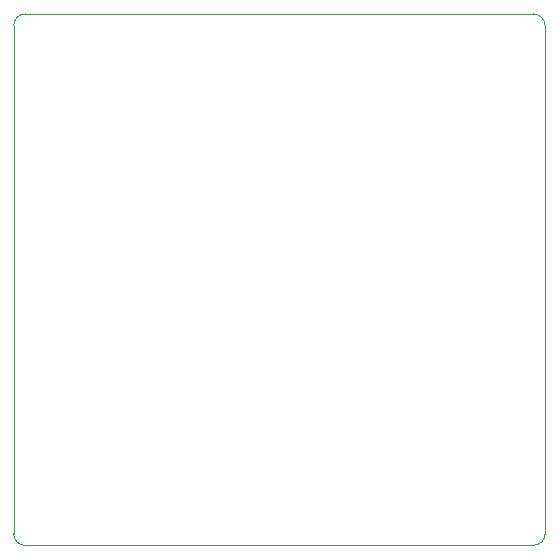
<source format=gbr>
%TF.GenerationSoftware,KiCad,Pcbnew,5.1.9+dfsg1-1*%
%TF.CreationDate,2022-07-07T14:54:39+03:00*%
%TF.ProjectId,Anemometr,416e656d-6f6d-4657-9472-2e6b69636164,rev?*%
%TF.SameCoordinates,Original*%
%TF.FileFunction,Profile,NP*%
%FSLAX46Y46*%
G04 Gerber Fmt 4.6, Leading zero omitted, Abs format (unit mm)*
G04 Created by KiCad (PCBNEW 5.1.9+dfsg1-1) date 2022-07-07 14:54:39*
%MOMM*%
%LPD*%
G01*
G04 APERTURE LIST*
%TA.AperFunction,Profile*%
%ADD10C,0.050000*%
%TD*%
G04 APERTURE END LIST*
D10*
X20000000Y-105000000D02*
G75*
G02*
X19000000Y-104000000I0J1000000D01*
G01*
X64000000Y-104000000D02*
G75*
G02*
X63000000Y-105000000I-1000000J0D01*
G01*
X63000000Y-60000000D02*
G75*
G02*
X64000000Y-61000000I0J-1000000D01*
G01*
X19000000Y-61000000D02*
G75*
G02*
X20000000Y-60000000I1000000J0D01*
G01*
X19000000Y-104000000D02*
X19000000Y-61000000D01*
X63000000Y-105000000D02*
X20000000Y-105000000D01*
X64000000Y-61000000D02*
X64000000Y-104000000D01*
X20000000Y-60000000D02*
X63000000Y-60000000D01*
M02*

</source>
